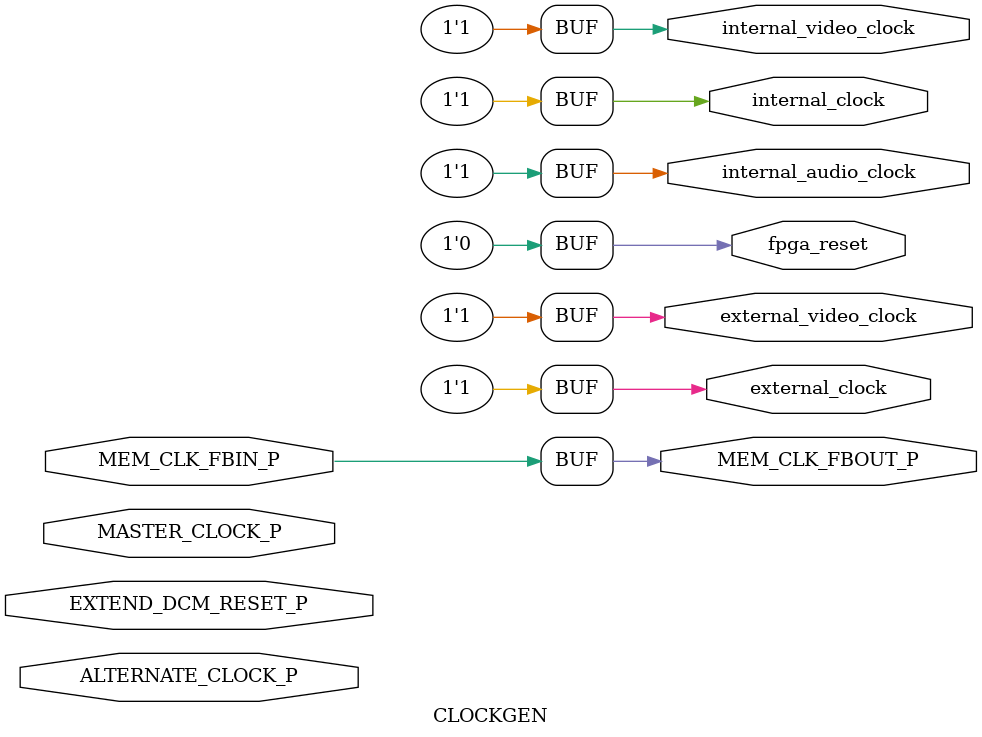
<source format=v>

`include "defines.v"
module CLOCKGEN(
	MASTER_CLOCK_P,
	ALTERNATE_CLOCK_P,
	MEM_CLK_FBOUT_P,
	MEM_CLK_FBIN_P,
	EXTEND_DCM_RESET_P,
	internal_audio_clock,
	internal_video_clock,
	external_video_clock,
	internal_clock,
	external_clock,
	fpga_reset
);

input  		MASTER_CLOCK_P;			// master clock input (27MHz) 
input  		ALTERNATE_CLOCK_P;		// alternate clock input (50MHz)
output 		MEM_CLK_FBOUT_P;			// memory DCM feedback loop output
input  		MEM_CLK_FBIN_P;			// memory DCM feedback loop input
input  		EXTEND_DCM_RESET_P;		// signal to extend the DCM reset
output reg 	internal_audio_clock;	// internal audio clock
output reg 	internal_video_clock;	// internal video clock
output		external_video_clock;	// external video clock
output reg 	internal_clock;			// internal clock for ZBT RAMs
output 		external_clock;			// external clock for ZBT RAMs
output reg	fpga_reset;					// reset to fpga until all DCMs are locked

assign MEM_CLK_FBOUT_P = MEM_CLK_FBIN_P;
assign external_video_clock = internal_video_clock;
assign external_clock = internal_clock;

initial begin
	internal_audio_clock = 1'b0;
	internal_video_clock = 1'b0;
	internal_clock = 1'b0;
	fpga_reset = 1'b1; #10000 fpga_reset = 1'b0;
end

always begin
	#9.259 internal_clock = 1'b0;
	#9.259 internal_clock = 1'b1; internal_audio_clock = 1'b0;
	#9.259 internal_clock = 1'b0;
	#9.259 internal_clock = 1'b1; internal_audio_clock = 1'b1;
end

always begin
	#12.5 internal_video_clock = 1'b0;
	#12.5 internal_video_clock = 1'b1;
end 

endmodule

</source>
